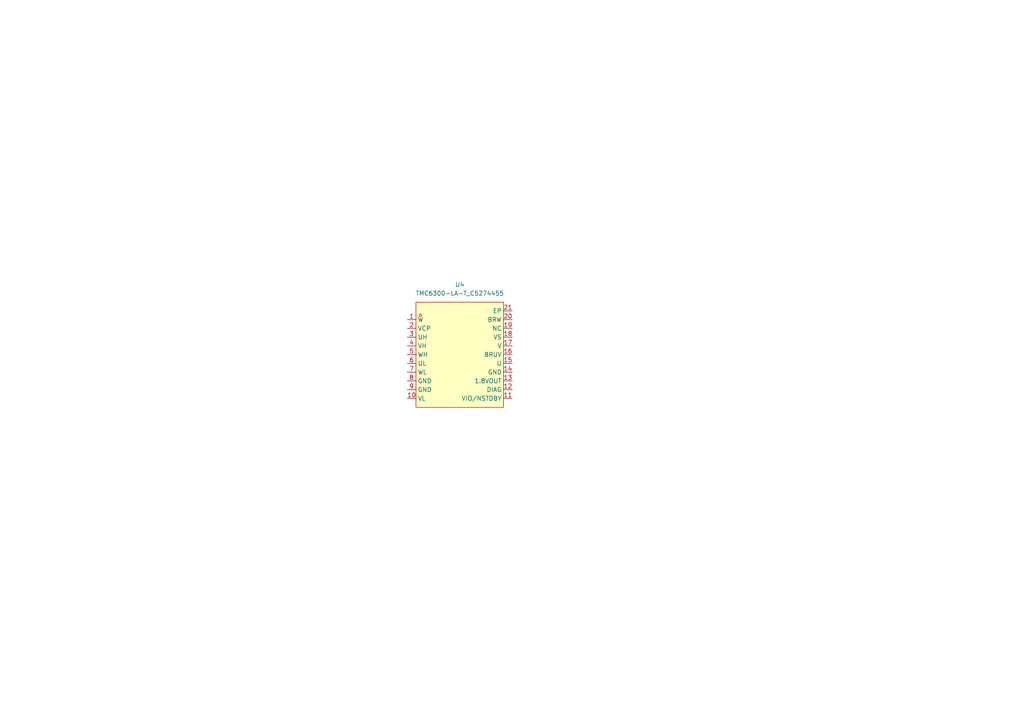
<source format=kicad_sch>
(kicad_sch (version 20250114) (generator "eeschema") (generator_version "9.0")
  (paper "A4")
  (lib_symbols
    (symbol "easyeda2kicad:TMC6300-LA-T_C5274455"
      (property "Reference" "U" (at 0 17.78 0))
      (property "Value" "TMC6300-LA-T_C5274455" (at 0 -17.78 0))
      (symbol "TMC6300-LA-T_C5274455_0_1"
        (rectangle (start -12.7 15.24) (end 12.7 -15.24) (fill (type background)))
        (circle (center -11.43 11.43) (radius 0.38))
        (pin unspecified line (at -15.24 10.16 0) (length 2.54) (name "W") (number "1"))
        (pin unspecified line (at -15.24 7.62 0) (length 2.54) (name "VCP") (number "2"))
        (pin unspecified line (at -15.24 5.08 0) (length 2.54) (name "UH") (number "3"))
        (pin unspecified line (at -15.24 2.54 0) (length 2.54) (name "VH") (number "4"))
        (pin unspecified line (at -15.24 0 0) (length 2.54) (name "WH") (number "5"))
        (pin unspecified line (at -15.24 -2.54 0) (length 2.54) (name "UL") (number "6"))
        (pin unspecified line (at -15.24 -5.08 0) (length 2.54) (name "WL") (number "7"))
        (pin unspecified line (at -15.24 -7.62 0) (length 2.54) (name "GND") (number "8"))
        (pin unspecified line (at -15.24 -10.16 0) (length 2.54) (name "GND") (number "9"))
        (pin unspecified line (at -15.24 -12.7 0) (length 2.54) (name "VL") (number "10"))
        (pin unspecified line (at 15.24 12.7 180) (length 2.54) (name "EP") (number "21"))
        (pin unspecified line (at 15.24 10.16 180) (length 2.54) (name "BRW") (number "20"))
        (pin unspecified line (at 15.24 7.62 180) (length 2.54) (name "NC") (number "19"))
        (pin unspecified line (at 15.24 5.08 180) (length 2.54) (name "VS") (number "18"))
        (pin unspecified line (at 15.24 2.54 180) (length 2.54) (name "V") (number "17"))
        (pin unspecified line (at 15.24 0 180) (length 2.54) (name "BRUV") (number "16"))
        (pin unspecified line (at 15.24 -2.54 180) (length 2.54) (name "U") (number "15"))
        (pin unspecified line (at 15.24 -5.08 180) (length 2.54) (name "GND") (number "14"))
        (pin unspecified line (at 15.24 -7.62 180) (length 2.54) (name "1.8VOUT") (number "13"))
        (pin unspecified line (at 15.24 -10.16 180) (length 2.54) (name "DIAG") (number "12"))
        (pin unspecified line (at 15.24 -12.7 180) (length 2.54) (name "VIO/NSTDBY") (number "11"))
      )
    )
  )
  (symbol (lib_id "easyeda2kicad:TMC6300-LA-T_C5274455") (at 133.35 102.87 0) (unit 1)
    (property "Reference" "U4" (at 133.35 82.55 0))
    (property "Value" "TMC6300-LA-T_C5274455" (at 133.35 85.09 0))
    (property "Footprint" "easyeda2kicad:QFN-20_L3.0-W3.0-P0.40-BL-EP1.7" (effects (hide yes)))
    (property "LCSC Part" "C5274455" (effects (hide yes)))
  )
)
</source>
